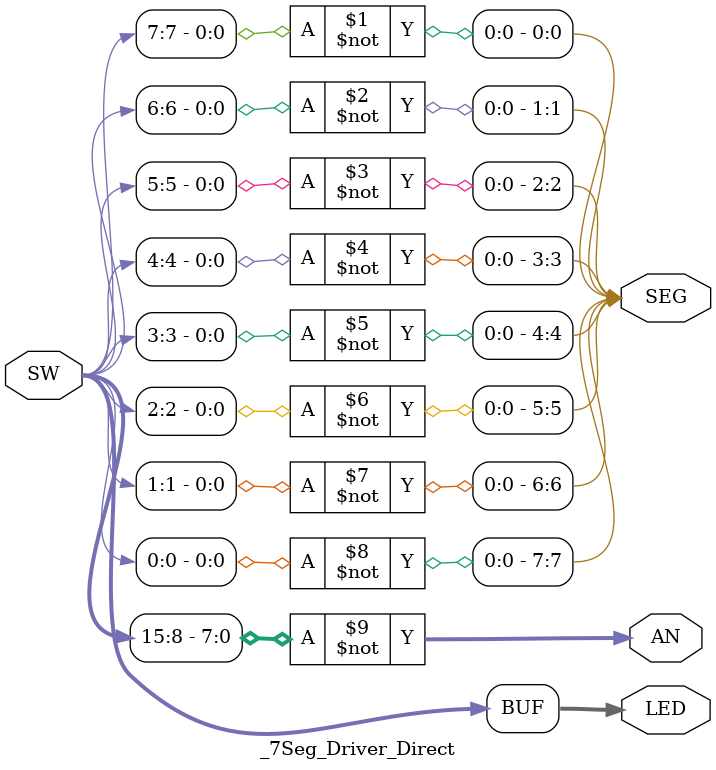
<source format=v>
`timescale 1ns / 1ps

module _7Seg_Driver_Direct(SW,SEG, AN, LED);
	input [15:0] SW;   // 16Î»²¦¶¯¿ª¹Ø
	output [15:0] SEG; // Ñ¡ÊýÂë¹ÜÇý¶¯ÄÄ¶Î£¬µÍµçÆ½ÓÐÐ§
	output [7:0] AN;// Ñ¡Æô¶¯µÚ¼¸¸ö7¶ÎÊýÂë¹Ü£¬µÍµçÆ½ÓÐÐ§
	output [15:0] LED;   // 16Î»LEDÏÔÊ¾£¬¸ßµçÆ½ÓÐÐ§
	
    assign LED[15:0] = SW[15:0];
    
    assign SEG[0] = ~SW[7];
	assign SEG[1] = ~SW[6];
    assign SEG[2] = ~SW[5];
    assign SEG[3] = ~SW[4];
    assign SEG[4] = ~SW[3];
    assign SEG[5] = ~SW[2];
    assign SEG[6] = ~SW[1];
    assign SEG[7] = ~SW[0];
    
    assign AN[7:0] = ~SW[15:8];
endmodule

</source>
